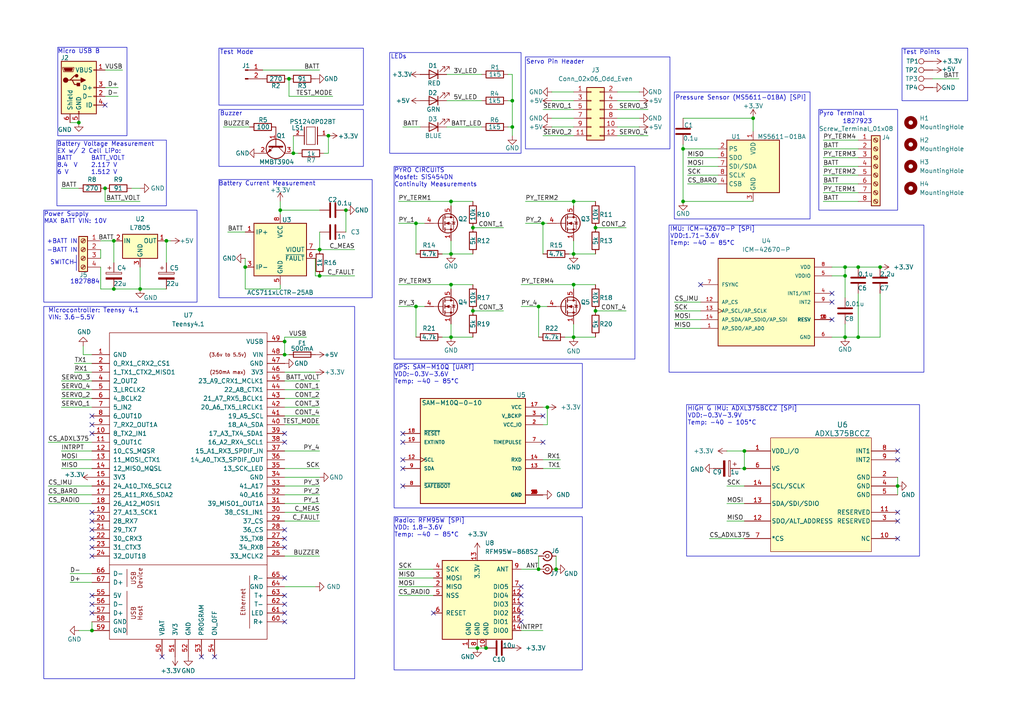
<source format=kicad_sch>
(kicad_sch (version 20231120) (generator "eeschema") (generator_version "8.0")
  (paper "A4")
  (title_block (title "Integrated Rocket Flight Computer") (date "11/4/2024") (rev "0.2") (company "Tim Drake"))
  (junction (at 245.11 97.79))
  (junction (at 30.48 54.61))
  (junction (at 137.16 66.04))
  (junction (at 26.67 182.88))
  (junction (at 260.35 140.97))
  (junction (at 215.9 135.89))
  (junction (at 248.92 97.79))
  (junction (at 22.86 35.56))
  (junction (at 156.21 88.9))
  (junction (at 172.72 90.17))
  (junction (at 138.43 187.96))
  (junction (at 161.29 165.1))
  (junction (at 48.26 69.85))
  (junction (at 33.02 83.82))
  (junction (at 158.75 118.11))
  (junction (at 140.97 187.96))
  (junction (at 71.12 77.47))
  (junction (at 255.27 77.47))
  (junction (at 95.25 39.37))
  (junction (at 215.9 130.81))
  (junction (at 198.12 58.42))
  (junction (at 172.72 66.04))
  (junction (at 82.55 102.87))
  (junction (at 166.37 58.42))
  (junction (at 33.02 69.85))
  (junction (at 130.81 58.42))
  (junction (at 120.65 88.9))
  (junction (at 148.59 29.21))
  (junction (at 245.11 77.47))
  (junction (at 137.16 90.17))
  (junction (at 157.48 64.77))
  (junction (at 130.81 97.79))
  (junction (at 40.64 83.82))
  (junction (at 85.09 44.45))
  (junction (at 130.81 73.66))
  (junction (at 166.37 73.66))
  (junction (at 130.81 82.55))
  (junction (at 120.65 64.77))
  (junction (at 148.59 36.83))
  (junction (at 100.33 60.96))
  (junction (at 82.55 99.06))
  (junction (at 166.37 82.55))
  (junction (at 92.71 80.01))
  (junction (at 245.11 80.01))
  (junction (at 218.44 34.29))
  (junction (at 248.92 77.47))
  (junction (at 166.37 97.79))
  (junction (at 81.28 60.96))
  (junction (at 156.21 165.1))
  (junction (at 92.71 72.39))
  (junction (at 83.82 22.86))
  (junction (at 198.12 43.18))
  (no_connect (at 26.67 120.65))
  (no_connect (at 151.13 170.18))
  (no_connect (at 116.84 135.89))
  (no_connect (at 82.55 158.75))
  (no_connect (at 26.67 151.13))
  (no_connect (at 82.55 167.64))
  (no_connect (at 116.84 140.97))
  (no_connect (at 26.67 148.59))
  (no_connect (at 46.99 190.5))
  (no_connect (at 26.67 153.67))
  (no_connect (at 26.67 158.75))
  (no_connect (at 125.73 177.8))
  (no_connect (at 82.55 128.27))
  (no_connect (at 151.13 177.8))
  (no_connect (at 58.42 190.5))
  (no_connect (at 26.67 161.29))
  (no_connect (at 116.84 125.73))
  (no_connect (at 241.3 87.63))
  (no_connect (at 151.13 175.26))
  (no_connect (at 82.55 177.8))
  (no_connect (at 26.67 125.73))
  (no_connect (at 26.67 156.21))
  (no_connect (at 82.55 180.34))
  (no_connect (at 82.55 125.73))
  (no_connect (at 260.35 156.21))
  (no_connect (at 82.55 172.72))
  (no_connect (at 151.13 180.34))
  (no_connect (at 26.67 175.26))
  (no_connect (at 241.3 92.71))
  (no_connect (at 260.35 148.59))
  (no_connect (at 260.35 130.81))
  (no_connect (at 151.13 172.72))
  (no_connect (at 157.48 120.65))
  (no_connect (at 157.48 128.27))
  (no_connect (at 26.67 177.8))
  (no_connect (at 116.84 133.35))
  (no_connect (at 82.55 175.26))
  (no_connect (at 203.2 82.55))
  (no_connect (at 30.48 30.48))
  (no_connect (at 82.55 156.21))
  (no_connect (at 116.84 128.27))
  (no_connect (at 26.67 123.19))
  (no_connect (at 241.3 85.09))
  (no_connect (at 26.67 172.72))
  (no_connect (at 82.55 153.67))
  (no_connect (at 260.35 151.13))
  (no_connect (at 260.35 133.35))
  (no_connect (at 62.23 190.5))
  (wire (pts (xy 30.48 27.94) (xy 34.29 27.94)))
  (wire (pts (xy 82.55 118.11) (xy 92.71 118.11)))
  (wire (pts (xy 81.28 83.82) (xy 71.12 83.82)))
  (wire (pts (xy 137.16 58.42) (xy 130.81 58.42)))
  (wire (pts (xy 148.59 21.59) (xy 148.59 29.21)))
  (wire (pts (xy 214.63 135.89) (xy 215.9 135.89)))
  (wire (pts (xy 82.55 123.19) (xy 92.71 123.19)))
  (wire (pts (xy 128.27 73.66) (xy 130.81 73.66)))
  (wire (pts (xy 130.81 58.42) (xy 130.81 59.69)))
  (wire (pts (xy 137.16 66.04) (xy 146.05 66.04)))
  (wire (pts (xy 130.81 69.85) (xy 130.81 73.66)))
  (wire (pts (xy 185.42 29.21) (xy 179.07 29.21)))
  (wire (pts (xy 248.92 77.47) (xy 255.27 77.47)))
  (wire (pts (xy 129.54 36.83) (xy 139.7 36.83)))
  (wire (pts (xy 91.44 170.18) (xy 82.55 170.18)))
  (wire (pts (xy 102.87 72.39) (xy 92.71 72.39)))
  (wire (pts (xy 17.78 113.03) (xy 26.67 113.03)))
  (wire (pts (xy 166.37 82.55) (xy 166.37 83.82)))
  (wire (pts (xy 137.16 82.55) (xy 130.81 82.55)))
  (wire (pts (xy 115.57 88.9) (xy 120.65 88.9)))
  (wire (pts (xy 20.32 168.91) (xy 26.67 168.91)))
  (wire (pts (xy 151.13 88.9) (xy 156.21 88.9)))
  (wire (pts (xy 82.55 143.51) (xy 92.71 143.51)))
  (wire (pts (xy 92.71 67.31) (xy 92.71 72.39)))
  (wire (pts (xy 81.28 58.42) (xy 81.28 60.96)))
  (wire (pts (xy 130.81 82.55) (xy 130.81 83.82)))
  (wire (pts (xy 238.76 50.8) (xy 248.92 50.8)))
  (polyline (pts (xy 22.164 73.9832) (xy 22.164 78.4693)))
  (wire (pts (xy 120.65 88.9) (xy 123.19 88.9)))
  (wire (pts (xy 81.28 60.96) (xy 81.28 62.23)))
  (wire (pts (xy 115.57 165.1) (xy 125.73 165.1)))
  (wire (pts (xy 151.13 82.55) (xy 166.37 82.55)))
  (wire (pts (xy 210.82 140.97) (xy 215.9 140.97)))
  (wire (pts (xy 195.58 90.17) (xy 203.2 90.17)))
  (wire (pts (xy 22.86 182.88) (xy 26.67 182.88)))
  (wire (pts (xy 210.82 151.13) (xy 215.9 151.13)))
  (wire (pts (xy 30.48 20.32) (xy 35.56 20.32)))
  (wire (pts (xy 185.42 26.67) (xy 179.07 26.67)))
  (wire (pts (xy 238.76 58.42) (xy 248.92 58.42)))
  (wire (pts (xy 17.78 133.35) (xy 26.67 133.35)))
  (wire (pts (xy 199.39 53.34) (xy 208.28 53.34)))
  (wire (pts (xy 179.07 31.75) (xy 187.96 31.75)))
  (wire (pts (xy 120.65 88.9) (xy 120.65 97.79)))
  (wire (pts (xy 81.28 60.96) (xy 92.71 60.96)))
  (wire (pts (xy 17.78 115.57) (xy 26.67 115.57)))
  (wire (pts (xy 245.11 93.98) (xy 245.11 97.79)))
  (wire (pts (xy 166.37 93.98) (xy 166.37 97.79)))
  (wire (pts (xy 260.35 140.97) (xy 260.35 143.51)))
  (wire (pts (xy 129.54 21.59) (xy 139.7 21.59)))
  (wire (pts (xy 238.76 53.34) (xy 248.92 53.34)))
  (wire (pts (xy 139.7 29.21) (xy 129.54 29.21)))
  (wire (pts (xy 96.52 27.94) (xy 83.82 27.94)))
  (wire (pts (xy 71.12 77.47) (xy 71.12 74.93)))
  (wire (pts (xy 172.72 90.17) (xy 181.61 90.17)))
  (wire (pts (xy 30.48 25.4) (xy 34.29 25.4)))
  (wire (pts (xy 241.3 80.01) (xy 245.11 80.01)))
  (wire (pts (xy 33.02 69.85) (xy 33.02 76.2)))
  (wire (pts (xy 82.55 110.49) (xy 92.71 110.49)))
  (wire (pts (xy 210.82 146.05) (xy 215.9 146.05)))
  (wire (pts (xy 238.76 48.26) (xy 248.92 48.26)))
  (wire (pts (xy 185.42 34.29) (xy 179.07 34.29)))
  (wire (pts (xy 238.76 45.72) (xy 248.92 45.72)))
  (wire (pts (xy 30.48 58.42) (xy 40.64 58.42)))
  (wire (pts (xy 158.75 118.11) (xy 157.48 118.11)))
  (wire (pts (xy 158.75 118.11) (xy 158.75 123.19)))
  (wire (pts (xy 138.43 187.96) (xy 140.97 187.96)))
  (wire (pts (xy 198.12 43.18) (xy 198.12 41.91)))
  (wire (pts (xy 166.37 69.85) (xy 166.37 73.66)))
  (wire (pts (xy 82.55 140.97) (xy 92.71 140.97)))
  (wire (pts (xy 17.78 110.49) (xy 26.67 110.49)))
  (wire (pts (xy 82.55 151.13) (xy 92.71 151.13)))
  (wire (pts (xy 20.32 35.56) (xy 22.86 35.56)))
  (wire (pts (xy 215.9 130.81) (xy 215.9 135.89)))
  (wire (pts (xy 115.57 167.64) (xy 125.73 167.64)))
  (wire (pts (xy 48.26 83.82) (xy 40.64 83.82)))
  (wire (pts (xy 92.71 80.01) (xy 102.87 80.01)))
  (wire (pts (xy 91.44 74.93) (xy 91.44 80.01)))
  (wire (pts (xy 238.76 40.64) (xy 248.92 40.64)))
  (wire (pts (xy 64.77 36.83) (xy 72.39 36.83)))
  (wire (pts (xy 198.12 34.29) (xy 218.44 34.29)))
  (wire (pts (xy 40.64 77.47) (xy 40.64 83.82)))
  (wire (pts (xy 81.28 82.55) (xy 81.28 83.82)))
  (wire (pts (xy 29.21 72.39) (xy 29.21 74.93)))
  (wire (pts (xy 195.58 87.63) (xy 203.2 87.63)))
  (wire (pts (xy 83.82 27.94) (xy 83.82 22.86)))
  (wire (pts (xy 135.89 187.96) (xy 138.43 187.96)))
  (wire (pts (xy 156.21 88.9) (xy 158.75 88.9)))
  (wire (pts (xy 82.55 120.65) (xy 92.71 120.65)))
  (wire (pts (xy 245.11 80.01) (xy 245.11 86.36)))
  (wire (pts (xy 40.64 54.61) (xy 38.1 54.61)))
  (wire (pts (xy 82.55 97.79) (xy 82.55 99.06)))
  (wire (pts (xy 13.97 128.27) (xy 26.67 128.27)))
  (wire (pts (xy 210.82 130.81) (xy 215.9 130.81)))
  (wire (pts (xy 157.48 133.35) (xy 162.56 133.35)))
  (wire (pts (xy 120.65 64.77) (xy 120.65 73.66)))
  (wire (pts (xy 198.12 58.42) (xy 198.12 43.18)))
  (wire (pts (xy 121.92 36.83) (xy 116.84 36.83)))
  (wire (pts (xy 195.58 92.71) (xy 203.2 92.71)))
  (wire (pts (xy 17.78 118.11) (xy 26.67 118.11)))
  (wire (pts (xy 151.13 165.1) (xy 156.21 165.1)))
  (wire (pts (xy 66.04 67.31) (xy 71.12 67.31)))
  (wire (pts (xy 29.21 77.47) (xy 29.21 83.82)))
  (wire (pts (xy 33.02 69.85) (xy 29.21 69.85)))
  (wire (pts (xy 115.57 58.42) (xy 130.81 58.42)))
  (wire (pts (xy 151.13 182.88) (xy 157.48 182.88)))
  (wire (pts (xy 157.48 123.19) (xy 158.75 123.19)))
  (wire (pts (xy 238.76 43.18) (xy 248.92 43.18)))
  (wire (pts (xy 26.67 105.41) (xy 21.59 105.41)))
  (wire (pts (xy 115.57 82.55) (xy 130.81 82.55)))
  (wire (pts (xy 147.32 36.83) (xy 148.59 36.83)))
  (wire (pts (xy 92.71 72.39) (xy 91.44 72.39)))
  (wire (pts (xy 130.81 73.66) (xy 137.16 73.66)))
  (wire (pts (xy 130.81 93.98) (xy 130.81 97.79)))
  (wire (pts (xy 82.55 135.89) (xy 92.71 135.89)))
  (wire (pts (xy 83.82 102.87) (xy 82.55 102.87)))
  (wire (pts (xy 71.12 83.82) (xy 71.12 77.47)))
  (polyline (pts (xy 21.4165 76.0968) (xy 22.0679 76.0968)))
  (wire (pts (xy 148.59 36.83) (xy 148.59 39.37)))
  (wire (pts (xy 238.76 55.88) (xy 248.92 55.88)))
  (wire (pts (xy 95.25 44.45) (xy 95.25 39.37)))
  (wire (pts (xy 17.78 54.61) (xy 22.86 54.61)))
  (wire (pts (xy 255.27 97.79) (xy 248.92 97.79)))
  (wire (pts (xy 172.72 58.42) (xy 166.37 58.42)))
  (wire (pts (xy 17.78 130.81) (xy 26.67 130.81)))
  (wire (pts (xy 163.83 97.79) (xy 166.37 97.79)))
  (wire (pts (xy 156.21 88.9) (xy 156.21 97.79)))
  (wire (pts (xy 248.92 85.09) (xy 248.92 97.79)))
  (wire (pts (xy 245.11 77.47) (xy 245.11 80.01)))
  (wire (pts (xy 13.97 146.05) (xy 26.67 146.05)))
  (wire (pts (xy 245.11 77.47) (xy 248.92 77.47)))
  (wire (pts (xy 199.39 48.26) (xy 208.28 48.26)))
  (wire (pts (xy 166.37 58.42) (xy 166.37 59.69)))
  (wire (pts (xy 172.72 82.55) (xy 166.37 82.55)))
  (wire (pts (xy 156.21 161.29) (xy 156.21 165.1)))
  (wire (pts (xy 185.42 36.83) (xy 179.07 36.83)))
  (wire (pts (xy 115.57 170.18) (xy 125.73 170.18)))
  (wire (pts (xy 17.78 135.89) (xy 26.67 135.89)))
  (wire (pts (xy 128.27 97.79) (xy 130.81 97.79)))
  (wire (pts (xy 160.02 36.83) (xy 166.37 36.83)))
  (wire (pts (xy 166.37 73.66) (xy 172.72 73.66)))
  (wire (pts (xy 33.02 83.82) (xy 40.64 83.82)))
  (wire (pts (xy 152.4 64.77) (xy 157.48 64.77)))
  (wire (pts (xy 166.37 97.79) (xy 172.72 97.79)))
  (wire (pts (xy 160.02 34.29) (xy 166.37 34.29)))
  (wire (pts (xy 82.55 99.06) (xy 82.55 102.87)))
  (wire (pts (xy 165.1 73.66) (xy 166.37 73.66)))
  (wire (pts (xy 20.32 166.37) (xy 26.67 166.37)))
  (wire (pts (xy 161.29 161.29) (xy 161.29 165.1)))
  (wire (pts (xy 179.07 39.37) (xy 187.96 39.37)))
  (wire (pts (xy 218.44 38.1) (xy 218.44 34.29)))
  (wire (pts (xy 26.67 107.95) (xy 21.59 107.95)))
  (wire (pts (xy 198.12 43.18) (xy 208.28 43.18)))
  (wire (pts (xy 82.55 146.05) (xy 92.71 146.05)))
  (wire (pts (xy 130.81 97.79) (xy 137.16 97.79)))
  (wire (pts (xy 147.32 29.21) (xy 148.59 29.21)))
  (wire (pts (xy 152.4 58.42) (xy 166.37 58.42)))
  (wire (pts (xy 160.02 26.67) (xy 166.37 26.67)))
  (wire (pts (xy 260.35 138.43) (xy 260.35 140.97)))
  (wire (pts (xy 100.33 60.96) (xy 100.33 67.31)))
  (wire (pts (xy 245.11 97.79) (xy 248.92 97.79)))
  (wire (pts (xy 93.98 44.45) (xy 95.25 44.45)))
  (wire (pts (xy 91.44 80.01) (xy 92.71 80.01)))
  (wire (pts (xy 148.59 29.21) (xy 148.59 36.83)))
  (wire (pts (xy 82.55 113.03) (xy 92.71 113.03)))
  (wire (pts (xy 26.67 180.34) (xy 26.67 182.88)))
  (wire (pts (xy 76.2 20.32) (xy 92.71 20.32)))
  (wire (pts (xy 86.36 44.45) (xy 85.09 44.45)))
  (wire (pts (xy 24.13 102.87) (xy 26.67 102.87)))
  (wire (pts (xy 82.55 138.43) (xy 92.71 138.43)))
  (wire (pts (xy 241.3 77.47) (xy 245.11 77.47)))
  (wire (pts (xy 157.48 39.37) (xy 166.37 39.37)))
  (wire (pts (xy 13.97 140.97) (xy 26.67 140.97)))
  (wire (pts (xy 199.39 50.8) (xy 208.28 50.8)))
  (wire (pts (xy 49.53 69.85) (xy 48.26 69.85)))
  (wire (pts (xy 172.72 66.04) (xy 181.61 66.04)))
  (wire (pts (xy 245.11 97.79) (xy 241.3 97.79)))
  (wire (pts (xy 24.13 102.87) (xy 24.13 100.33)))
  (wire (pts (xy 82.55 148.59) (xy 92.71 148.59)))
  (wire (pts (xy 85.09 39.37) (xy 85.09 44.45)))
  (wire (pts (xy 82.55 161.29) (xy 92.71 161.29)))
  (wire (pts (xy 82.55 115.57) (xy 92.71 115.57)))
  (wire (pts (xy 195.58 95.25) (xy 203.2 95.25)))
  (wire (pts (xy 82.55 130.81) (xy 92.71 130.81)))
  (wire (pts (xy 198.12 58.42) (xy 218.44 58.42)))
  (wire (pts (xy 270.51 22.86) (xy 278.13 22.86)))
  (wire (pts (xy 157.48 64.77) (xy 158.75 64.77)))
  (wire (pts (xy 48.26 76.2) (xy 48.26 69.85)))
  (wire (pts (xy 115.57 64.77) (xy 120.65 64.77)))
  (wire (pts (xy 13.97 143.51) (xy 26.67 143.51)))
  (wire (pts (xy 205.74 156.21) (xy 215.9 156.21)))
  (wire (pts (xy 29.21 83.82) (xy 33.02 83.82)))
  (wire (pts (xy 157.48 31.75) (xy 166.37 31.75)))
  (wire (pts (xy 82.55 97.79) (xy 88.9 97.79)))
  (wire (pts (xy 115.57 172.72) (xy 125.73 172.72)))
  (wire (pts (xy 157.48 64.77) (xy 157.48 73.66)))
  (wire (pts (xy 30.48 54.61) (xy 30.48 58.42)))
  (wire (pts (xy 255.27 85.09) (xy 255.27 97.79)))
  (wire (pts (xy 147.32 21.59) (xy 148.59 21.59)))
  (wire (pts (xy 120.65 64.77) (xy 123.19 64.77)))
  (wire (pts (xy 160.02 29.21) (xy 166.37 29.21)))
  (wire (pts (xy 157.48 135.89) (xy 162.56 135.89)))
  (wire (pts (xy 137.16 90.17) (xy 146.05 90.17)))
  (wire (pts (xy 199.39 45.72) (xy 208.28 45.72)))
  (wire (pts (xy 91.44 107.95) (xy 82.55 107.95)))
  (rectangle (start 63.5 13.97) (end 105.41 30.48))
  (rectangle (start 194.056 65.278) (end 267.97 107.95))
  (rectangle (start 63.5 31.75) (end 105.41 48.26))
  (rectangle (start 16.764 13.716) (end 36.83 39.37))
  (rectangle (start 114.3 105.41) (end 168.91 147.32))
  (rectangle (start 261.62 13.97) (end 280.67 29.21))
  (rectangle (start 63.5 52.07) (end 107.95 86.36))
  (rectangle (start 199.136 117.348) (end 266.7 161.29))
  (rectangle (start 113.03 15.24) (end 151.13 44.45))
  (rectangle (start 114.3 48.26) (end 184.15 104.14))
  (rectangle (start 12.7 60.96) (end 57.15 87.63))
  (rectangle (start 195.58 26.67) (end 234.95 63.5))
  (rectangle (start 114.3 149.86) (end 168.91 194.31))
  (rectangle (start 237.49 31.75) (end 260.35 60.96))
  (rectangle (start 12.7 88.9) (end 102.87 196.85))
  (rectangle (start 152.4 16.51) (end 194.31 43.18))
  (rectangle (start 16.51 40.64) (end 48.26 59.69))
  (text "-BATT IN" (at 18.034 72.644 0) (effects (font (size 1.27 1.27))))
  (text "Power Supply\nMAX BATT VIN: 10V\n" (at 12.7 63.246 0) (effects (font (size 1.27 1.27)) (justify left)))
  (text "1827923\n" (at 248.666 35.306 0) (effects (font (size 1.27 1.27))))
  (text "LEDs" (at 113.284 16.51 0) (effects (font (size 1.27 1.27)) (justify left)))
  (text "Pyro Terminal" (at 237.49 33.02 0) (effects (font (size 1.27 1.27)) (justify left)))
  (text "IMU: ICM-42670-P [SPI]\nVDD:1.71-3.6V\nTemp: -40 - 85°C" (at 194.31 68.58 0) (effects (font (size 1.27 1.27)) (justify left)))
  (text "Microcontroller: Teensy 4.1\nVIN: 3.6-5.5V\n" (at 13.97 91.186 0) (effects (font (size 1.27 1.27)) (justify left)))
  (text "GPS: SAM-M10Q [UART]\nVDD:-0.3V-3.6V\nTemp: -40 - 85°C" (at 114.3 108.712 0) (effects (font (size 1.27 1.27)) (justify left)))
  (text "Servo Pin Header" (at 161.036 18.034 0) (effects (font (size 1.27 1.27))))
  (text "1827884" (at 24.638 81.788 0) (effects (font (size 1.27 1.27))))
  (text "Battery Current Measurement" (at 77.47 53.34 0) (effects (font (size 1.27 1.27))))
  (text "SWITCH" (at 18.034 76.2 0) (effects (font (size 1.27 1.27))))
  (text "Test Mode" (at 63.754 15.24 0) (effects (font (size 1.27 1.27)) (justify left)))
  (text "HIGH G IMU: ADXL375BCCZ [SPI]\nVDD:-0.3V-3.9V\nTemp: -40 - 105°C" (at 199.39 120.65 0) (effects (font (size 1.27 1.27)) (justify left)))
  (text "Test Points" (at 261.874 15.24 0) (effects (font (size 1.27 1.27)) (justify left)))
  (text "+BATT IN" (at 18.034 70.104 0) (effects (font (size 1.27 1.27))))
  (text "Radio: RFM95W [SPI]\nVDD: 1.8-3.6V\nTemp: -40 - 85°C" (at 114.3 153.162 0) (effects (font (size 1.27 1.27)) (justify left)))
  (text "Micro USB B" (at 22.86 14.986 0) (effects (font (size 1.27 1.27))))
  (text "Pressure Sensor (MS5611-01BA) [SPI]" (at 214.884 28.448 0) (effects (font (size 1.27 1.27))))
  (text "Battery Voltage Measurement\nEX w/ 2 Cell LiPo:\nBATT	BATT_VOLT\n8.4	V	2.117 V\n6 V		1.512 V\n" (at 16.51 45.974 0) (effects (font (size 1.27 1.27)) (justify left)))
  (text "PYRO CIRCUITS\nMosfet: SiS454DN\nContinuity Measurements" (at 114.3 51.562 0) (effects (font (size 1.27 1.27)) (justify left)))
  (text "Buzzer" (at 63.754 33.02 0) (effects (font (size 1.27 1.27)) (justify left)))
  (label "SERVO_2" (at 17.78 115.57 0))
  (label "C_MEAS" (at 102.87 72.39 180))
  (label "SCK" (at 199.39 50.8 0))
  (label "SERVO_3" (at 187.96 31.75 180))
  (label "CS_ADXL375" (at 205.74 156.21 0))
  (label "SERVO_4" (at 17.78 113.03 0))
  (label "C_FAULT" (at 92.71 151.13 180))
  (label "MOSI" (at 17.78 133.35 0))
  (label "INTRPT" (at 157.48 182.88 180))
  (label "PY_2" (at 152.4 64.77 0))
  (label "PY_TERM3" (at 115.57 82.55 0))
  (label "BATT_VOLT" (at 40.64 58.42 180))
  (label "PY_TERM4" (at 151.13 82.55 0))
  (label "INTRPT" (at 17.78 130.81 0))
  (label "BATT" (at 238.76 58.42 0))
  (label "CS_BARO" (at 199.39 53.34 0))
  (label "D-" (at 20.32 166.37 0))
  (label "BATT_VOLT" (at 92.71 110.49 180))
  (label "SERVO_1" (at 17.78 118.11 0))
  (label "PY_4" (at 92.71 130.81 180))
  (label "PY_1" (at 92.71 146.05 180))
  (label "PY_TERM3" (at 238.76 45.72 0))
  (label "BATT" (at 278.13 22.86 180))
  (label "RX1" (at 21.59 107.95 0))
  (label "3V_LED" (at 138.43 21.59 180))
  (label "CONT_4" (at 181.61 90.17 180))
  (label "MISO" (at 115.57 167.64 0))
  (label "MISO" (at 195.58 95.25 0))
  (label "5V_LED" (at 138.43 29.21 180))
  (label "BATT" (at 116.84 36.83 0))
  (label "BATT" (at 17.78 54.61 0))
  (label "SCK" (at 195.58 90.17 0))
  (label "MOSI" (at 195.58 92.71 0))
  (label "CONT_3" (at 92.71 118.11 180))
  (label "PY_TERM1" (at 115.57 58.42 0))
  (label "TEST_MODE" (at 92.71 123.19 180))
  (label "CONT_4" (at 92.71 120.65 180))
  (label "BATT" (at 92.71 20.32 180))
  (label "CS_BARO" (at 13.97 143.51 0))
  (label "SCK" (at 92.71 135.89 180))
  (label "PY_TERM1" (at 238.76 55.88 0))
  (label "SERVO_2" (at 157.48 39.37 0))
  (label "CONT_2" (at 92.71 115.57 180))
  (label "CONT_2" (at 181.61 66.04 180))
  (label "CS_RADIO" (at 115.57 172.72 0))
  (label "PY_4" (at 151.13 88.9 0))
  (label "SERVO_4" (at 187.96 39.37 180))
  (label "BATT_LED" (at 139.7 36.83 180))
  (label "BATT" (at 238.76 43.18 0))
  (label "MOSI" (at 115.57 170.18 0))
  (label "BATT" (at 238.76 53.34 0))
  (label "PY_1" (at 115.57 64.77 0))
  (label "CS_RADIO" (at 13.97 146.05 0))
  (label "MISO" (at 17.78 135.89 0))
  (label "CS_ADXL375" (at 13.97 128.27 0))
  (label "BUZZER" (at 92.71 161.29 180))
  (label "BUZZER" (at 64.77 36.83 0))
  (label "MOSI" (at 199.39 48.26 0))
  (label "VUSB" (at 35.56 20.32 180))
  (label "PY_2" (at 92.71 143.51 180))
  (label "C_MEAS" (at 92.71 148.59 180))
  (label "BATT" (at 66.04 67.31 0))
  (label "PY_TERM4" (at 238.76 40.64 0))
  (label "SERVO_1" (at 157.48 31.75 0))
  (label "PY_3" (at 115.57 88.9 0))
  (label "SCK" (at 115.57 165.1 0))
  (label "PY_TERM2" (at 152.4 58.42 0))
  (label "D+" (at 20.32 168.91 0))
  (label "VUSB" (at 88.9 97.79 180))
  (label "MOSI" (at 210.82 146.05 0))
  (label "D+" (at 34.29 25.4 180))
  (label "CONT_1" (at 146.05 66.04 180))
  (label "PY_3" (at 92.71 140.97 180))
  (label "SERVO_3" (at 17.78 110.49 0))
  (label "RX1" (at 162.56 133.35 180))
  (label "SCK" (at 210.82 140.97 0))
  (label "CS_IMU" (at 13.97 140.97 0))
  (label "MISO" (at 210.82 151.13 0))
  (label "BATT" (at 33.02 69.85 180))
  (label "CONT_3" (at 146.05 90.17 180))
  (label "TX1" (at 162.56 135.89 180))
  (label "CONT_1" (at 92.71 113.03 180))
  (label "ANT" (at 156.21 165.1 180))
  (label "TX1" (at 21.59 105.41 0))
  (label "MISO" (at 199.39 45.72 0))
  (label "TEST_MODE" (at 96.52 27.94 180))
  (label "PY_TERM2" (at 238.76 50.8 0))
  (label "C_FAULT" (at 102.87 80.01 180))
  (label "D-" (at 34.29 27.94 180))
  (label "BATT" (at 238.76 48.26 0))
  (label "CS_IMU" (at 195.58 87.63 0))
  (symbol (lib_id "power:GND") (at 157.48 143.51 90) (unit 1)
    (property "Reference" "#PWR043" (effects (hide yes)))
    (property "Value" "GND" (at 161.29 143.5099 90) (effects (justify right)))
    (property "Description" "Power symbol creates a global label with name \"GND\" , ground" (effects (hide yes)))
  )
  (symbol (lib_id "power:+6V") (at 91.44 102.87 270) (unit 1)
    (property "Reference" "#PWR034" (effects (hide yes)))
    (property "Value" "+5V" (at 93.98 102.87 90) (effects (justify left)))
    (property "Description" "Power symbol creates a global label with name \"+6V\"" (effects (hide yes)))
  )
  (symbol (lib_id "Device:C") (at 96.52 60.96 90) (mirror x) (unit 1)
    (property "Reference" "C2" (at 97.79 57.912 90) (effects (justify left)))
    (property "Value" "0.1u" (at 102.108 58.928 90) (effects (justify left)))
    (property "Footprint" "Capacitor_SMD:C_0805_2012Metric" (effects (hide yes)))
    (property "Description" "Unpolarized capacitor" (effects (hide yes)))
    (property "DigiKey" "CL21B104KBCNNNC" (effects (hide yes)))
  )
  (symbol (lib_id "power:+3.3V") (at 270.51 17.78 270) (mirror x) (unit 1)
    (property "Reference" "#PWR01" (effects (hide yes)))
    (property "Value" "+3.3V" (at 276.098 17.78 90))
    (property "Description" "Power symbol creates a global label with name \"+3.3V\"" (effects (hide yes)))
  )
  (symbol (lib_id "power:GND") (at 91.44 22.86 90) (unit 1)
    (property "Reference" "#PWR04" (effects (hide yes)))
    (property "Value" "GND" (at 96.012 22.86 90))
    (property "Description" "Power symbol creates a global label with name \"GND\" , ground" (effects (hide yes)))
  )
  (symbol (lib_id "Device:R") (at 124.46 97.79 90) (unit 1)
    (property "Reference" "R21" (at 124.46 95.25 90))
    (property "Value" "4.7k" (at 124.46 97.79 90))
    (property "Footprint" "Resistor_SMD:R_0805_2012Metric" (effects (hide yes)))
    (property "Description" "Resistor" (effects (hide yes)))
    (property "DigiKey" "CRCW08054K70FKEAC " (effects (hide yes)))
  )
  (symbol (lib_id "Device:C") (at 96.52 67.31 90) (mirror x) (unit 1)
    (property "Reference" "C3" (at 104.394 67.31 90) (effects (justify left)))
    (property "Value" "1n" (at 100.33 68.58 90) (effects (justify left)))
    (property "Footprint" "Capacitor_SMD:C_0805_2012Metric" (effects (hide yes)))
    (property "Description" "Unpolarized capacitor" (effects (hide yes)))
    (property "DigiKey" "CL21B102KCANNNC" (effects (hide yes)))
  )
  (symbol (lib_id "Connector:Screw_Terminal_01x04") (at 24.13 72.39 0) (mirror y) (unit 1)
    (property "Reference" "J5" (at 25.4 79.756 0) (effects (justify left)))
    (property "Value" "Screw_Terminal_01x04" (effects (hide yes)))
    (property "Footprint" "Connector_Phoenix_MC:PhoenixContact_MC_1,5_4-GF-3.5_1x04_P3.50mm_Horizontal_ThreadedFlange_MountHole" (effects (hide yes)))
    (property "Description" "Generic screw terminal, single row, 01x04, script generated (kicad-library-utils/schlib/autogen/connector/)" (effects (hide yes)))
  )
  (symbol (lib_id "power:GND") (at 100.33 60.96 90) (mirror x) (unit 1)
    (property "Reference" "#PWR023" (effects (hide yes)))
    (property "Value" "GND" (at 102.87 60.96 90) (effects (justify right)))
    (property "Description" "Power symbol creates a global label with name \"GND\" , ground" (effects (hide yes)))
  )
  (symbol (lib_id "power:+6V") (at 270.51 20.32 270) (unit 1)
    (property "Reference" "#PWR02" (effects (hide yes)))
    (property "Value" "+5V" (at 273.05 20.066 90) (effects (justify left)))
    (property "Description" "Power symbol creates a global label with name \"+6V\"" (effects (hide yes)))
  )
  (symbol (lib_id "Connector:Conn_01x02_Pin") (at 71.12 20.32 0) (unit 1)
    (property "Reference" "J1" (at 71.374 19.05 0))
    (property "Value" "Conn_01x02_Pin" (effects (hide yes)))
    (property "Footprint" "Connector_PinHeader_1.27mm:PinHeader_1x02_P1.27mm_Horizontal" (effects (hide yes)))
    (property "Description" "Generic connector, single row, 01x02, script generated" (effects (hide yes)))
    (property "DigiKey" "M50-3930242, HMSC-G" (effects (hide yes)))
  )
  (symbol (lib_id "Device:R") (at 137.16 69.85 0) (unit 1)
    (property "Reference" "R12" (at 140.208 69.85 0))
    (property "Value" "5k" (at 137.16 69.85 90))
    (property "Footprint" "Resistor_SMD:R_0805_2012Metric_Pad1.20x1.40mm_HandSolder" (effects (hide yes)))
    (property "Description" "Resistor" (effects (hide yes)))
    (property "DigiKey" "CRCW08055K00JNTA" (effects (hide yes)))
  )
  (symbol (lib_id "power:GND") (at 270.51 25.4 90) (unit 1)
    (property "Reference" "#PWR05" (effects (hide yes)))
    (property "Value" "GND" (at 273.05 25.4 90) (effects (justify right)))
    (property "Description" "Power symbol creates a global label with name \"GND\" , ground" (effects (hide yes)))
  )
  (symbol (lib_id "power:GND") (at 185.42 26.67 90) (unit 1)
    (property "Reference" "#PWR07" (effects (hide yes)))
    (property "Value" "GND" (at 189.992 26.67 90))
    (property "Description" "Power symbol creates a global label with name \"GND\" , ground" (effects (hide yes)))
  )
  (symbol (lib_id "power:+3.3V") (at 210.82 130.81 90) (unit 1)
    (property "Reference" "#PWR038" (effects (hide yes)))
    (property "Value" "+3.3V" (at 207.01 130.8099 90) (effects (justify left)))
    (property "Description" "Power symbol creates a global label with name \"+3.3V\"" (effects (hide yes)))
  )
  (symbol (lib_id "Device:C_Polarized") (at 210.82 135.89 270) (unit 1)
    (property "Reference" "C9" (at 208.026 136.906 90))
    (property "Value" "1u" (at 213.106 136.906 90))
    (property "Footprint" "Capacitor_SMD:C_0805_2012Metric" (effects (hide yes)))
    (property "Description" "Polarized capacitor" (effects (hide yes)))
    (property "DigiKey" "TAJR105K010RNJ" (effects (hide yes)))
  )
  (symbol (lib_id "Device:C") (at 255.27 81.28 180) (unit 1)
    (property "Reference" "C7" (at 257.81 83.566 0) (effects (justify left)))
    (property "Value" "2.2u" (at 259.588 79.502 0) (effects (justify left)))
    (property "Footprint" "Capacitor_SMD:C_0805_2012Metric" (effects (hide yes)))
    (property "Description" "Unpolarized capacitor" (effects (hide yes)))
    (property "DigiKey" "CL21B225KPFNNNE" (effects (hide yes)))
  )
  (symbol (lib_id "power:GND") (at 185.42 34.29 90) (unit 1)
    (property "Reference" "#PWR012" (effects (hide yes)))
    (property "Value" "GND" (at 189.992 34.29 90))
    (property "Description" "Power symbol creates a global label with name \"GND\" , ground" (effects (hide yes)))
  )
  (symbol (lib_id "ICM-42670-P:ICM-42670-P") (at 222.25 87.63 0) (unit 1)
    (property "Reference" "U4" (at 222.25 69.85 0))
    (property "Value" "ICM-42670-P" (at 222.25 72.39 0))
    (property "Footprint" "Added Footprints:XDCR_ICM-42670-P" (effects (hide yes)))
    (property "Datasheet" "https://invensense.tdk.com/wp-content/uploads/2021/07/ds-000451_icm-42670-p-datasheet.pdf" (effects (hide yes)))
    (property "DigiKey_Part_Number" "1428-ICM-42670-PTR-ND" (effects (hide yes)))
    (property "SnapEDA_Link" "https://www.snapeda.com/parts/ICM-42670-P/TDK-InvenSense/view-part/?ref=snap" (effects (hide yes)))
    (property "MAXIMUM_PACKAGE_HEIGHT" "0.81 mm" (effects (hide yes)))
    (property "Package" "None" (effects (hide yes)))
    (property "Check_prices" "https://www.snapeda.com/parts/ICM-42670-P/TDK-InvenSense/view-part/?ref=eda" (effects (hide yes)))
    (property "STANDARD" "Manufacturer Recommendations" (effects (hide yes)))
    (property "PARTREV" "1.1" (effects (hide yes)))
    (property "MF" "TDK InvenSense" (effects (hide yes)))
    (property "MP" "ICM-42670-P" (effects (hide yes)))
    (property "Description_1" "\nLow-Power, Premium Performance 6-Axis MotionTrackingTM IMU with I3C, I2C and SPI interface in 2.5mm x 3mm Package\n" (effects (hide yes)))
    (property "MANUFACTURER" "TDK InvenSense" (effects (hide yes)))
    (property "DigiKey" "ICM-42670-P" (effects (hide yes)))
  )
  (symbol (lib_id "Device:R") (at 92.71 76.2 0) (unit 1)
    (property "Reference" "R16" (at 95.758 76.2 0))
    (property "Value" "1k" (at 92.71 76.2 90))
    (property "Footprint" "Resistor_SMD:R_0805_2012Metric" (effects (hide yes)))
    (property "Description" "Resistor" (effects (hide yes)))
    (property "DigiKey" "RC0805FR-071KL" (effects (hide yes)))
  )
  (symbol (lib_id "Device:R") (at 137.16 93.98 0) (unit 1)
    (property "Reference" "R19" (at 140.208 93.98 0))
    (property "Value" "5k" (at 137.16 93.98 90))
    (property "Footprint" "Resistor_SMD:R_0805_2012Metric_Pad1.20x1.40mm_HandSolder" (effects (hide yes)))
    (property "Description" "Resistor" (effects (hide yes)))
    (property "DigiKey" "CRCW08055K00JNTA" (effects (hide yes)))
  )
  (symbol (lib_id "Connector:TestPoint") (at 270.51 22.86 90) (unit 1)
    (property "Reference" "TP3" (at 264.414 22.86 90))
    (property "Value" "TestPoint" (effects (hide yes)))
    (property "Footprint" "TestPoint:TestPoint_Keystone_5000-5004_Miniature" (effects (hide yes)))
    (property "Description" "test point" (effects (hide yes)))
    (property "DigiKey" "5001" (effects (hide yes)))
  )
  (symbol (lib_id "Transistor_BJT:MMBT3904") (at 80.01 41.91 270) (unit 1)
    (property "Reference" "Q1" (at 81.534 39.37 90))
    (property "Value" "MMBT3904" (at 80.264 46.99 90))
    (property "Footprint" "Package_TO_SOT_SMD:SOT-23" (effects (hide yes)))
    (property "Datasheet" "https://www.onsemi.com/pdf/datasheet/pzt3904-d.pdf" (effects (hide yes)))
    (property "Description" "0.2A Ic, 40V Vce, Small Signal NPN Transistor, SOT-23" (effects (hide yes)))
    (property "DigiKey" "MMBT3904-7-F" (effects (hide yes)))
  )
  (symbol (lib_id "Connector_Generic:Conn_02x06_Odd_Even") (at 171.45 31.75 0) (unit 1)
    (property "Reference" "J3" (at 172.72 20.32 0))
    (property "Value" "Conn_02x06_Odd_Even" (at 172.72 22.86 0))
    (property "Footprint" "Connector_PinHeader_2.54mm:PinHeader_2x06_P2.54mm_Vertical" (effects (hide yes)))
    (property "Description" "Generic connector, double row, 02x06, odd/even pin numbering scheme (row 1 odd numbers, row 2 even numbers), script generated (kicad-library-utils/schlib/autogen/connector/)" (effects (hide yes)))
    (property "DigiKey" "PH2-12-UA" (effects (hide yes)))
  )
  (symbol (lib_id "teensy:Teensy4.1") (at 54.61 157.48 0) (unit 1)
    (property "Reference" "U7" (at 54.61 91.44 0))
    (property "Value" "Teensy4.1" (at 54.61 93.98 0))
    (property "Footprint" "teensy.pretty-master:Teensy41" (effects (hide yes)))
  )
  (symbol (lib_id "power:GND") (at 260.35 140.97 90) (unit 1)
    (property "Reference" "#PWR042" (effects (hide yes)))
    (property "Value" "GND" (at 263.398 143.51 90))
    (property "Description" "Power symbol creates a global label with name \"GND\" , ground" (effects (hide yes)))
  )
  (symbol (lib_id "Device:R") (at 143.51 21.59 270) (mirror x) (unit 1)
    (property "Reference" "R1" (at 142.24 19.558 90) (effects (justify left)))
    (property "Value" "1k5" (at 141.732 21.59 90) (effects (justify left)))
    (property "Footprint" "Resistor_SMD:R_0805_2012Metric" (effects (hide yes)))
    (property "Description" "Resistor" (effects (hide yes)))
  )
  (symbol (lib_id "power:GND") (at 130.81 73.66 0) (unit 1)
    (property "Reference" "#PWR025" (effects (hide yes)))
    (property "Value" "GND" (at 130.81 77.216 0))
    (property "Description" "Power symbol creates a global label with name \"GND\" , ground" (effects (hide yes)))
  )
  (symbol (lib_id "Sensor_Current:ACS711xLCTR-25AB") (at 81.28 72.39 0) (unit 1)
    (property "Reference" "U3" (at 81.788 63.754 0) (effects (justify left)))
    (property "Value" "ACS711xLCTR-25AB" (at 71.628 84.836 0) (effects (justify left)))
    (property "Footprint" "Package_SO:SOIC-8_3.9x4.9mm_P1.27mm" (effects (hide yes)))
    (property "Datasheet" "http://www.allegromicro.com/~/Media/Files/Datasheets/ACS711-Datasheet.ashx" (effects (hide yes)))
    (property "Description" "±25A, Bidirectional, Hall-Effect Current Sensor, +3.3V supply, 55mV/A, SOIC-8" (effects (hide yes)))
    (property "DigiKey" "ACS711KLCTR-25AB-T" (effects (hide yes)))
  )
  (symbol (lib_id "power:+6V") (at 49.53 69.85 270) (unit 1)
    (property "Reference" "#PWR024" (effects (hide yes)))
    (property "Value" "+5V" (at 52.07 69.85 90) (effects (justify left)))
    (property "Description" "Power symbol creates a global label with name \"+6V\"" (effects (hide yes)))
  )
  (symbol (lib_id "power:+6V") (at 185.42 36.83 270) (unit 1)
    (property "Reference" "#PWR016" (effects (hide yes)))
    (property "Value" "+5V" (at 187.96 36.83 90) (effects (justify left)))
    (property "Description" "Power symbol creates a global label with name \"+6V\"" (effects (hide yes)))
  )
  (symbol (lib_id "power:GND") (at 138.43 187.96 0) (unit 1)
    (property "Reference" "#PWR048" (effects (hide yes)))
    (property "Value" "GND" (at 135.636 190.5 0))
    (property "Description" "Power symbol creates a global label with name \"GND\" , ground" (effects (hide yes)))
  )
  (symbol (lib_id "power:GND") (at 40.64 54.61 90) (unit 1)
    (property "Reference" "#PWR020" (effects (hide yes)))
    (property "Value" "GND" (at 45.72 54.61 90))
    (property "Description" "Power symbol creates a global label with name \"GND\" , ground" (effects (hide yes)))
  )
  (symbol (lib_id "Connector:TestPoint") (at 270.51 20.32 90) (unit 1)
    (property "Reference" "TP2" (at 264.414 20.32 90))
    (property "Value" "TestPoint" (effects (hide yes)))
    (property "Footprint" "TestPoint:TestPoint_Keystone_5000-5004_Miniature" (effects (hide yes)))
    (property "Description" "test point" (effects (hide yes)))
    (property "DigiKey" "5001" (effects (hide yes)))
  )
  (symbol (lib_id "Device:R") (at 172.72 69.85 0) (unit 1)
    (property "Reference" "R13" (at 175.768 69.85 0))
    (property "Value" "5k" (at 172.72 69.85 90))
    (property "Footprint" "Resistor_SMD:R_0805_2012Metric_Pad1.20x1.40mm_HandSolder" (effects (hide yes)))
    (property "Description" "Resistor" (effects (hide yes)))
    (property "DigiKey" "CRCW08055K00JNTA" (effects (hide yes)))
  )
  (symbol (lib_id "Connector:Conn_Coaxial_Small") (at 158.75 161.29 0) (unit 1)
    (property "Reference" "J6" (at 161.036 159.766 0))
    (property "Value" "Conn_Coaxial_Small" (effects (hide yes)))
    (property "Footprint" "Connector_Coaxial:U.FL_Hirose_U.FL-R-SMT-1_Vertical" (effects (hide yes)))
    (property "Description" "small coaxial connector (BNC, SMA, SMB, SMC, Cinch/RCA, LEMO, ...)" (effects (hide yes)))
  )
  (symbol (lib_id "power:GND") (at 91.44 170.18 90) (unit 1)
    (property "Reference" "#PWR046" (effects (hide yes)))
    (property "Value" "GND" (at 96.774 170.18 90))
    (property "Description" "Power symbol creates a global label with name \"GND\" , ground" (effects (hide yes)))
  )
  (symbol (lib_id "Device:R") (at 172.72 93.98 0) (unit 1)
    (property "Reference" "R20" (at 175.768 93.98 0))
    (property "Value" "5k" (at 172.72 93.98 90))
    (property "Footprint" "Resistor_SMD:R_0805_2012Metric_Pad1.20x1.40mm_HandSolder" (effects (hide yes)))
    (property "Description" "Resistor" (effects (hide yes)))
    (property "DigiKey" "CRCW08055K00JNTA" (effects (hide yes)))
  )
  (symbol (lib_id "Device:R") (at 80.01 22.86 90) (mirror x) (unit 1)
    (property "Reference" "R2" (at 80.01 24.892 90))
    (property "Value" "270" (at 80.01 22.86 90))
    (property "Footprint" "Resistor_SMD:R_0805_2012Metric" (effects (hide yes)))
    (property "Description" "Resistor" (effects (hide yes)))
    (property "DigiKey" "RC0805JR-07270RL" (effects (hide yes)))
  )
  (symbol (lib_id "Device:R") (at 76.2 36.83 270) (mirror x) (unit 1)
    (property "Reference" "R5" (at 74.93 34.798 90) (effects (justify left)))
    (property "Value" "100" (at 74.422 36.83 90) (effects (justify left)))
    (property "Footprint" "Resistor_SMD:R_0805_2012Metric" (effects (hide yes)))
    (property "Description" "Resistor" (effects (hide yes)))
    (property "DigiKey" "RC0805FR-07100RL" (effects (hide yes)))
  )
  (symbol (lib_id "Device:C") (at 248.92 81.28 180) (unit 1)
    (property "Reference" "C6" (at 251.46 83.566 0) (effects (justify left)))
    (property "Value" "0.1u" (at 253.238 79.502 0) (effects (justify left)))
    (property "Footprint" "Capacitor_SMD:C_0805_2012Metric" (effects (hide yes)))
    (property "Description" "Unpolarized capacitor" (effects (hide yes)))
    (property "DigiKey" "CL21B104KBCNNNC" (effects (hide yes)))
  )
  (symbol (lib_id "power:GND") (at 130.81 97.79 0) (unit 1)
    (property "Reference" "#PWR030" (effects (hide yes)))
    (property "Value" "GND" (at 130.81 101.6 0))
    (property "Description" "Power symbol creates a global label with name \"GND\" , ground" (effects (hide yes)))
  )
  (symbol (lib_id "Device:R") (at 143.51 29.21 90) (unit 1)
    (property "Reference" "R4" (at 144.78 27.178 90) (effects (justify left)))
    (property "Value" "1k5" (at 145.288 29.21 90) (effects (justify left)))
    (property "Footprint" "Resistor_SMD:R_0805_2012Metric" (effects (hide yes)))
    (property "Description" "Resistor" (effects (hide yes)))
  )
  (symbol (lib_id "Device:Fuse") (at 87.63 102.87 90) (unit 1)
    (property "Reference" "F1" (at 87.63 99.568 90))
    (property "Value" "500mA" (at 87.63 101.092 90))
    (property "Footprint" "Fuse:Fuse_0805_2012Metric_Pad1.15x1.40mm_HandSolder" (effects (hide yes)))
    (property "Description" "Fuse" (effects (hide yes)))
    (property "DigiKey" "F0805B0R50FSTR" (effects (hide yes)))
  )
  (symbol (lib_id "Device:R") (at 34.29 54.61 90) (mirror x) (unit 1)
    (property "Reference" "R9" (at 34.29 52.07 90))
    (property "Value" "91" (at 34.29 54.61 90))
    (property "Footprint" "Resistor_SMD:R_0805_2012Metric" (effects (hide yes)))
    (property "Description" "Resistor" (effects (hide yes)))
    (property "DigiKey" "RC0805FR-0791RL" (effects (hide yes)))
  )
  (symbol (lib_id "Connector:TestPoint") (at 270.51 17.78 90) (unit 1)
    (property "Reference" "TP1" (at 264.668 17.78 90))
    (property "Value" "TestPoint" (effects (hide yes)))
    (property "Footprint" "TestPoint:TestPoint_Keystone_5000-5004_Miniature" (effects (hide yes)))
    (property "Description" "test point" (effects (hide yes)))
    (property "DigiKey" "5001" (effects (hide yes)))
  )
  (symbol (lib_id "Device:LED") (at 125.73 21.59 180) (unit 1)
    (property "Reference" "D1" (at 124.206 19.05 0) (effects (justify right)))
    (property "Value" "RED" (at 123.952 24.13 0) (effects (justify right)))
    (property "Footprint" "LED_SMD:LED_0603_1608Metric" (effects (hide yes)))
    (property "Description" "Light emitting diode" (effects (hide yes)))
    (property "DigiKey" "150060RS75000" (effects (hide yes)))
  )
  (symbol (lib_id "Device:R") (at 160.02 97.79 90) (unit 1)
    (property "Reference" "R22" (at 160.02 95.25 90))
    (property "Value" "4.7k" (at 160.02 97.79 90))
    (property "Footprint" "Resistor_SMD:R_0805_2012Metric" (effects (hide yes)))
    (property "Description" "Resistor" (effects (hide yes)))
    (property "DigiKey" "CRCW08054K70FKEAC" (effects (hide yes)))
  )
  (symbol (lib_id "Device:R") (at 172.72 86.36 0) (unit 1)
    (property "Reference" "R18" (at 175.768 86.36 0))
    (property "Value" "10k" (at 172.72 86.36 90))
    (property "Footprint" "Resistor_SMD:R_0805_2012Metric_Pad1.20x1.40mm_HandSolder" (effects (hide yes)))
    (property "Description" "Resistor" (effects (hide yes)))
    (property "DigiKey" "ERJ-6GEYJ103V" (effects (hide yes)))
  )
  (symbol (lib_id "Transistor_FET:SiS454DN") (at 163.83 64.77 0) (unit 1)
    (property "Reference" "Q3" (at 168.402 63.5 0) (effects (justify left)))
    (property "Value" "SiS454DN" (effects (hide yes)))
    (property "Footprint" "Package_SO:Vishay_PowerPAK_1212-8_Single" (effects (hide yes)))
    (property "Datasheet" "https://www.vishay.com/docs/66707/sis454dn.pdf" (effects (hide yes)))
    (property "Description" "35A Id, 20V Vds, N-Channel MOSFET, PowerPAK 1212-8 Single" (effects (hide yes)))
    (property "DigiKey" "SIS454DN-T1-GE3" (effects (hide yes)))
  )
  (symbol (lib_id "power:+3.3V") (at 148.59 187.96 270) (unit 1)
    (property "Reference" "#PWR049" (effects (hide yes)))
    (property "Value" "+3.3V" (at 152.4 187.9599 90) (effects (justify left)))
    (property "Description" "Power symbol creates a global label with name \"+3.3V\"" (effects (hide yes)))
  )
  (symbol (lib_id "power:GND") (at 161.29 165.1 90) (unit 1)
    (property "Reference" "#PWR045" (effects (hide yes)))
    (property "Value" "GND" (at 163.576 166.37 90) (effects (justify right)))
    (property "Description" "Power symbol creates a global label with name \"GND\" , ground" (effects (hide yes)))
  )
  (symbol (lib_id "Connector:TestPoint") (at 270.51 25.4 90) (unit 1)
    (property "Reference" "TP4" (at 264.414 25.4 90))
    (property "Value" "TestPoint" (effects (hide yes)))
    (property "Footprint" "TestPoint:TestPoint_Keystone_5000-5004_Miniature" (effects (hide yes)))
    (property "Description" "test point" (effects (hide yes)))
    (property "DigiKey" "5001" (effects (hide yes)))
  )
  (symbol (lib_id "power:GND") (at 198.12 58.42 0) (unit 1)
    (property "Reference" "#PWR022" (effects (hide yes)))
    (property "Value" "GND" (at 198.12 61.976 0))
    (property "Description" "Power symbol creates a global label with name \"GND\" , ground" (effects (hide yes)))
  )
  (symbol (lib_id "power:GND") (at 54.61 190.5 0) (unit 1)
    (property "Reference" "#PWR051" (effects (hide yes)))
    (property "Value" "GND" (at 54.61 194.564 0))
    (property "Description" "Power symbol creates a global label with name \"GND\" , ground" (effects (hide yes)))
  )
  (symbol (lib_id "Device:R") (at 143.51 36.83 90) (unit 1)
    (property "Reference" "R6" (at 144.78 34.798 90) (effects (justify left)))
    (property "Value" "1k5" (at 145.288 36.83 90) (effects (justify left)))
    (property "Footprint" "Resistor_SMD:R_0805_2012Metric" (effects (hide yes)))
    (property "Description" "Resistor" (effects (hide yes)))
    (property "DigiKey" "RC0805FR-071K5L " (effects (hide yes)))
  )
  (symbol (lib_id "power:+6V") (at 121.92 29.21 90) (unit 1)
    (property "Reference" "#PWR08" (effects (hide yes)))
    (property "Value" "+5V" (at 118.872 29.21 90) (effects (justify left)))
    (property "Description" "Power symbol creates a global label with name \"+6V\"" (effects (hide yes)))
  )
  (symbol (lib_id "power:+3.3V") (at 218.44 34.29 0) (mirror y) (unit 1)
    (property "Reference" "#PWR013" (effects (hide yes)))
    (property "Value" "+3.3V" (at 218.44 30.734 0))
    (property "Description" "Power symbol creates a global label with name \"+3.3V\"" (effects (hide yes)))
  )
  (symbol (lib_id "power:GND") (at 160.02 34.29 270) (unit 1)
    (property "Reference" "#PWR011" (effects (hide yes)))
    (property "Value" "GND" (at 155.448 34.29 90))
    (property "Description" "Power symbol creates a global label with name \"GND\" , ground" (effects (hide yes)))
  )
  (symbol (lib_id "PS1240P02BT:PS1240P02BT") (at 90.17 39.37 0) (mirror y) (unit 1)
    (property "Reference" "LS1" (at 86.36 37.084 0))
    (property "Value" "PS1240P02BT" (at 90.678 35.306 0))
    (property "Footprint" "Added Footprints:XDCR_PS1240P02BT" (effects (hide yes)))
    (property "MF" "TDK Corporation" (effects (hide yes)))
    (property "MAXIMUM_PACKAGE_HEIGHT" "7.0mm" (effects (hide yes)))
    (property "PACKAGE" "SIP-5 TDK" (effects (hide yes)))
    (property "PRICE" "None" (effects (hide yes)))
    (property "Package" "Custom Package TDK" (effects (hide yes)))
    (property "Check_prices" "https://www.snapeda.com/parts/PS1240P02BT/TDK/view-part/?ref=eda" (effects (hide yes)))
    (property "Price" "None" (effects (hide yes)))
    (property "SnapEDA_Link" "https://www.snapeda.com/parts/PS1240P02BT/TDK/view-part/?ref=snap" (effects (hide yes)))
    (property "MP" "PS1240P02BT" (effects (hide yes)))
    (property "Description_1" "\nBuzzers Transducer, Externally Driven Piezo 3 V - 4kHz 60dB @ 3V, 10cm Through Hole PC Pins\n" (effects (hide yes)))
    (property "Availability" "In Stock" (effects (hide yes)))
    (property "AVAILABILITY" "Unavailable" (effects (hide yes)))
    (property "DESCRIPTION" "Buzzers Transducer, Externally Driven Piezo 3V 4kHz 60dB @ 3V, 10cm Through Hole PC Pins" (effects (hide yes)))
    (property "DigiKey" "PS1240P02BT" (effects (hide yes)))
  )
  (symbol (lib_id "power:GND") (at 148.59 39.37 0) (unit 1)
    (property "Reference" "#PWR018" (effects (hide yes)))
    (property "Value" "GND" (at 148.59 42.926 0))
    (property "Description" "Power symbol creates a global label with name \"GND\" , ground" (effects (hide yes)))
  )
  (symbol (lib_id "power:+3.3V") (at 121.92 21.59 90) (unit 1)
    (property "Reference" "#PWR03" (effects (hide yes)))
    (property "Value" "+3.3V" (at 116.586 21.59 90))
    (property "Description" "Power symbol creates a global label with name \"+3.3V\"" (effects (hide yes)))
  )
  (symbol (lib_id "Mechanical:MountingHole") (at 264.16 35.56 0) (unit 1) (exclude_from_sim yes) (in_bom no)
    (property "Reference" "H1" (at 266.7 34.2899 0) (effects (justify left)))
    (property "Value" "MountingHole" (at 266.7 36.8299 0) (effects (justify left)))
    (property "Footprint" "MountingHole:MountingHole_2.2mm_M2" (effects (hide yes)))
    (property "Description" "Mounting Hole without connection" (effects (hide yes)))
  )
  (symbol (lib_id "Device:C") (at 198.12 38.1 0) (unit 1)
    (property "Reference" "C1" (at 198.374 36.322 0) (effects (justify left)))
    (property "Value" "0.1u" (at 198.12 40.132 0) (effects (justify left)))
    (property "Footprint" "Capacitor_SMD:C_0805_2012Metric" (effects (hide yes)))
    (property "Description" "Unpolarized capacitor" (effects (hide yes)))
    (property "DigiKey" "CL21B104KBCNNNC" (effects (hide yes)))
  )
  (symbol (lib_id "Device:R") (at 137.16 62.23 0) (unit 1)
    (property "Reference" "R10" (at 140.208 62.23 0))
    (property "Value" "10k" (at 137.16 62.23 90))
    (property "Footprint" "Resistor_SMD:R_0805_2012Metric_Pad1.20x1.40mm_HandSolder" (effects (hide yes)))
    (property "Description" "Resistor" (effects (hide yes)))
    (property "DigiKey" "ERJ-6GEYJ103V" (effects (hide yes)))
  )
  (symbol (lib_id "Transistor_FET:SiS454DN") (at 128.27 64.77 0) (unit 1)
    (property "Reference" "Q2" (at 132.842 63.5 0) (effects (justify left)))
    (property "Value" "SiS454DN" (effects (hide yes)))
    (property "Footprint" "Package_SO:Vishay_PowerPAK_1212-8_Single" (effects (hide yes)))
    (property "Datasheet" "https://www.vishay.com/docs/66707/sis454dn.pdf" (effects (hide yes)))
    (property "Description" "35A Id, 20V Vds, N-Channel MOSFET, PowerPAK 1212-8 Single" (effects (hide yes)))
    (property "DigiKey" "SIS454DN-T1-GE3" (effects (hide yes)))
  )
  (symbol (lib_id "power:GND") (at 166.37 97.79 0) (unit 1)
    (property "Reference" "#PWR031" (effects (hide yes)))
    (property "Value" "GND" (at 166.37 101.854 0))
    (property "Description" "Power symbol creates a global label with name \"GND\" , ground" (effects (hide yes)))
  )
  (symbol (lib_id "Transistor_FET:SiS454DN") (at 128.27 88.9 0) (unit 1)
    (property "Reference" "Q4" (at 132.842 87.63 0) (effects (justify left)))
    (property "Value" "SiS454DN" (effects (hide yes)))
    (property "Footprint" "Package_SO:Vishay_PowerPAK_1212-8_Single" (effects (hide yes)))
    (property "Datasheet" "https://www.vishay.com/docs/66707/sis454dn.pdf" (effects (hide yes)))
    (property "Description" "35A Id, 20V Vds, N-Channel MOSFET, PowerPAK 1212-8 Single" (effects (hide yes)))
    (property "DigiKey" "SIS454DN-T1-GE3" (effects (hide yes)))
  )
  (symbol (lib_id "power:+6V") (at 160.02 29.21 90) (unit 1)
    (property "Reference" "#PWR09" (effects (hide yes)))
    (property "Value" "+5V" (at 157.48 29.21 90) (effects (justify left)))
    (property "Description" "Power symbol creates a global label with name \"+6V\"" (effects (hide yes)))
  )
  (symbol (lib_id "2024-07-21_23-05-17:ADXL375BCCZ") (at 215.9 130.81 0) (unit 1)
    (property "Reference" "U6" (at 244.348 123.19 0) (effects (font (size 1.524 1.524))))
    (property "Value" "ADXL375BCCZ" (at 244.348 125.73 0) (effects (font (size 1.524 1.524))))
    (property "Footprint" "Added Footprints:LGA_CC-14-1_ADI" (effects (hide yes)))
    (property "Datasheet" "https://www.analog.com/media/en/technical-documentation/data-sheets/ADXL375.PDF" (effects (hide yes)))
    (property "DigiKey" "ADXL375BCCZ" (effects (hide yes)))
  )
  (symbol (lib_id "SAM-M8Q-0-10:SAM-M8Q-0-10") (at 137.16 130.81 0) (unit 1)
    (property "Reference" "U5" (at 151.13 114.554 0))
    (property "Value" "SAM-M10Q-0-10" (at 131.064 116.84 0))
    (property "Footprint" "RF_GPS:ublox_SAM-M8Q_HandSolder" (effects (hide yes)))
    (property "MF" "U-Blox" (effects (hide yes)))
    (property "MAXIMUM_PACKAGE_HEIGHT" "6.80mm" (effects (hide yes)))
    (property "Package" "SMD-20 u-blox" (effects (hide yes)))
    (property "Price" "None" (effects (hide yes)))
    (property "Check_prices" "https://www.snapeda.com/parts/SAM-M8Q-0-10/u-blox/view-part/?ref=eda" (effects (hide yes)))
    (property "STANDARD" "Manufacturer Recommendations" (effects (hide yes)))
    (property "PARTREV" "R07" (effects (hide yes)))
    (property "SnapEDA_Link" "https://www.snapeda.com/parts/SAM-M8Q-0-10/u-blox/view-part/?ref=snap" (effects (hide yes)))
    (property "MP" "SAM-M8Q-0-10" (effects (hide yes)))
    (property "Description_1" "\nseries RF Receiver Galileo, GLONASS, GPS 1.575GHz, 1.602GHz -165dBm 400kbps On-Board, Patch Module\n" (effects (hide yes)))
    (property "Availability" "In Stock" (effects (hide yes)))
    (property "MANUFACTURER" "ublox" (effects (hide yes)))
    (property "DigiKey" "SAM-M10Q-00B " (effects (hide yes)))
  )
  (symbol (lib_id "power:GND") (at 82.55 105.41 90) (unit 1)
    (property "Reference" "#PWR035" (effects (hide yes)))
    (property "Value" "GND" (at 87.376 105.41 90))
    (property "Description" "Power symbol creates a global label with name \"GND\" , ground" (effects (hide yes)))
  )
  (symbol (lib_id "RF_Module:RFM95W-868S2") (at 138.43 172.72 0) (unit 1)
    (property "Reference" "U8" (at 140.6241 157.48 0) (effects (justify left)))
    (property "Value" "RFM95W-868S2" (at 140.6241 160.02 0) (effects (justify left)))
    (property "Footprint" "RF_Module:HOPERF_RFM9XW_SMD" (effects (hide yes)))
    (property "Datasheet" "https://www.hoperf.com/data/upload/portal/20181127/5bfcbea20e9ef.pdf" (effects (hide yes)))
    (property "Description" "Low power long range transceiver module, SPI and parallel interface, 868 MHz, spreading factor 6 to12, bandwidth 7.8 to 500kHz, -111 to -148 dBm, SMD-16, DIP-16" (effects (hide yes)))
  )
  (symbol (lib_id "power:GND") (at 166.37 73.66 0) (unit 1)
    (property "Reference" "#PWR026" (effects (hide yes)))
    (property "Value" "GND" (at 166.37 77.47 0))
    (property "Description" "Power symbol creates a global label with name \"GND\" , ground" (effects (hide yes)))
  )
  (symbol (lib_id "Device:R") (at 26.67 54.61 90) (mirror x) (unit 1)
    (property "Reference" "R8" (at 26.67 52.07 90))
    (property "Value" "270" (at 26.67 54.61 90))
    (property "Footprint" "Resistor_SMD:R_0805_2012Metric" (effects (hide yes)))
    (property "Description" "Resistor" (effects (hide yes)))
    (property "DigiKey" "RC0805JR-07270RL" (effects (hide yes)))
  )
  (symbol (lib_id "Device:C") (at 144.78 187.96 270) (mirror x) (unit 1)
    (property "Reference" "C10" (at 142.748 191.262 90) (effects (justify left)))
    (property "Value" "10u" (at 145.796 187.198 90) (effects (justify left)))
    (property "Footprint" "Capacitor_SMD:C_0805_2012Metric_Pad1.18x1.45mm_HandSolder" (effects (hide yes)))
    (property "Description" "Unpolarized capacitor" (effects (hide yes)))
    (property "DigiKey" "CL21A106KOQNNNE" (effects (hide yes)))
  )
  (symbol (lib_id "Device:R") (at 161.29 73.66 90) (unit 1)
    (property "Reference" "R15" (at 161.29 71.12 90))
    (property "Value" "4.7k" (at 161.29 73.66 90))
    (property "Footprint" "Resistor_SMD:R_0805_2012Metric" (effects (hide yes)))
    (property "Description" "Resistor" (effects (hide yes)))
    (property "DigiKey" "CRCW08054K70FKEAC" (effects (hide yes)))
  )
  (symbol (lib_id "power:GND") (at 74.93 44.45 270) (unit 1)
    (property "Reference" "#PWR019" (effects (hide yes)))
    (property "Value" "GND" (at 72.39 44.45 90) (effects (justify right)))
    (property "Description" "Power symbol creates a global label with name \"GND\" , ground" (effects (hide yes)))
  )
  (symbol (lib_id "Device:LED") (at 125.73 29.21 180) (unit 1)
    (property "Reference" "D2" (at 125.476 26.924 0))
    (property "Value" "GRN" (at 125.73 31.75 0))
    (property "Footprint" "LED_SMD:LED_0603_1608Metric" (effects (hide yes)))
    (property "Description" "Light emitting diode" (effects (hide yes)))
    (property "DigiKey" "150060GS75000" (effects (hide yes)))
  )
  (symbol (lib_id "power:+3.3V") (at 138.43 160.02 0) (unit 1)
    (property "Reference" "#PWR044" (effects (hide yes)))
    (property "Value" "+3.3V" (at 138.43 154.94 0))
    (property "Description" "Power symbol creates a global label with name \"+3.3V\"" (effects (hide yes)))
  )
  (symbol (lib_id "Mechanical:MountingHole") (at 264.16 41.91 0) (unit 1) (exclude_from_sim yes) (in_bom no)
    (property "Reference" "H2" (at 266.7 40.6399 0) (effects (justify left)))
    (property "Value" "MountingHole" (at 266.7 43.1799 0) (effects (justify left)))
    (property "Footprint" "MountingHole:MountingHole_2.2mm_M2" (effects (hide yes)))
    (property "Description" "Mounting Hole without connection" (effects (hide yes)))
  )
  (symbol (lib_id "Device:R") (at 90.17 44.45 270) (mirror x) (unit 1)
    (property "Reference" "R7" (at 88.9 46.482 90) (effects (justify left)))
    (property "Value" "1k" (at 89.027 44.577 90) (effects (justify left)))
    (property "Footprint" "Resistor_SMD:R_0805_2012Metric" (effects (hide yes)))
    (property "Description" "Resistor" (effects (hide yes)))
    (property "DigiKey" "RC0805FR-071KL" (effects (hide yes)))
  )
  (symbol (lib_id "Device:R") (at 124.46 73.66 90) (unit 1)
    (property "Reference" "R14" (at 124.46 71.12 90))
    (property "Value" "4.7k" (at 124.46 73.66 90))
    (property "Footprint" "Resistor_SMD:R_0805_2012Metric" (effects (hide yes)))
    (property "Description" "Resistor" (effects (hide yes)))
    (property "DigiKey" "CRCW08054K70FKEAC" (effects (hide yes)))
  )
  (symbol (lib_id "Device:C_Polarized") (at 33.02 80.01 0) (unit 1)
    (property "Reference" "C4" (at 35.306 77.724 0))
    (property "Value" "22u" (at 34.798 82.296 0))
    (property "Footprint" "Capacitor_SMD:C_0805_2012Metric" (effects (hide yes)))
    (property "Description" "Polarized capacitor" (effects (hide yes)))
    (property "DigiKey" "TLJN226M010R3800" (effects (hide yes)))
  )
  (symbol (lib_id "power:+3.3V") (at 158.75 118.11 270) (unit 1)
    (property "Reference" "#PWR037" (effects (hide yes)))
    (property "Value" "+3.3V" (at 162.56 118.1099 90) (effects (justify left)))
    (property "Description" "Power symbol creates a global label with name \"+3.3V\"" (effects (hide yes)))
  )
  (symbol (lib_id "Mechanical:MountingHole") (at 264.16 48.26 0) (unit 1) (exclude_from_sim yes) (in_bom no)
    (property "Reference" "H3" (at 266.7 46.9899 0) (effects (justify left)))
    (property "Value" "MountingHole" (at 266.7 49.5299 0) (effects (justify left)))
    (property "Footprint" "MountingHole:MountingHole_2.2mm_M2" (effects (hide yes)))
    (property "Description" "Mounting Hole without connection" (effects (hide yes)))
  )
  (symbol (lib_id "Connector:Conn_Coaxial_Small") (at 158.75 165.1 0) (unit 1)
    (property "Reference" "J7" (at 160.782 166.37 0))
    (property "Value" "Conn_Coaxial_Small" (effects (hide yes)))
    (property "Footprint" "Connector_Coaxial:SMA_Samtec_SMA-J-P-H-ST-EM1_EdgeMount" (effects (hide yes)))
    (property "Description" "small coaxial connector (BNC, SMA, SMB, SMC, Cinch/RCA, LEMO, ...)" (effects (hide yes)))
  )
  (symbol (lib_id "Device:C_Polarized") (at 48.26 80.01 0) (unit 1)
    (property "Reference" "C5" (at 50.546 77.724 0))
    (property "Value" "22u" (at 50.038 82.296 0))
    (property "Footprint" "Capacitor_SMD:C_0805_2012Metric" (effects (hide yes)))
    (property "Description" "Polarized capacitor" (effects (hide yes)))
    (property "DigiKey" "TLJN226M010R3800" (effects (hide yes)))
  )
  (symbol (lib_id "power:+3.3V") (at 91.44 107.95 270) (unit 1)
    (property "Reference" "#PWR036" (effects (hide yes)))
    (property "Value" "+3.3V" (at 97.028 107.95 90))
    (property "Description" "Power symbol creates a global label with name \"+3.3V\"" (effects (hide yes)))
  )
  (symbol (lib_id "Device:C") (at 245.11 90.17 180) (unit 1)
    (property "Reference" "C8" (at 247.65 92.456 0) (effects (justify left)))
    (property "Value" "0.01u" (at 250.698 88.138 0) (effects (justify left)))
    (property "Footprint" "Capacitor_SMD:C_0805_2012Metric" (effects (hide yes)))
    (property "Description" "Unpolarized capacitor" (effects (hide yes)))
    (property "DigiKey" "CL21B103KBANNNC" (effects (hide yes)))
  )
  (symbol (lib_id "Mechanical:MountingHole") (at 264.16 54.61 0) (unit 1) (exclude_from_sim yes) (in_bom no)
    (property "Reference" "H4" (at 266.7 53.3399 0) (effects (justify left)))
    (property "Value" "MountingHole" (at 266.7 55.8799 0) (effects (justify left)))
    (property "Footprint" "MountingHole:MountingHole_2.2mm_M2" (effects (hide yes)))
    (property "Description" "Mounting Hole without connection" (effects (hide yes)))
  )
  (symbol (lib_id "power:GND") (at 22.86 182.88 270) (unit 1)
    (property "Reference" "#PWR047" (effects (hide yes)))
    (property "Value" "GND" (at 21.59 185.42 90))
    (property "Description" "Power symbol creates a global label with name \"GND\" , ground" (effects (hide yes)))
  )
  (symbol (lib_id "power:GND") (at 24.13 100.33 180) (unit 1)
    (property "Reference" "#PWR033" (effects (hide yes)))
    (property "Value" "GND" (at 24.384 96.266 0))
    (property "Description" "Power symbol creates a global label with name \"GND\" , ground" (effects (hide yes)))
  )
  (symbol (lib_id "power:+3.3V") (at 255.27 77.47 270) (unit 1)
    (property "Reference" "#PWR028" (effects (hide yes)))
    (property "Value" "+3.3V" (at 259.08 77.4699 90) (effects (justify left)))
    (property "Description" "Power symbol creates a global label with name \"+3.3V\"" (effects (hide yes)))
  )
  (symbol (lib_id "power:+6V") (at 160.02 36.83 90) (unit 1)
    (property "Reference" "#PWR015" (effects (hide yes)))
    (property "Value" "+5V" (at 157.48 36.83 90) (effects (justify left)))
    (property "Description" "Power symbol creates a global label with name \"+6V\"" (effects (hide yes)))
  )
  (symbol (lib_id "Sensor_Pressure:MS5611-01BA") (at 218.44 48.26 0) (unit 1)
    (property "Reference" "U1" (at 212.09 39.624 0) (effects (justify left)))
    (property "Value" "MS5611-01BA" (at 219.71 39.624 0) (effects (justify left)))
    (property "Footprint" "Package_LGA:LGA-8_3x5mm_P1.25mm" (effects (hide yes)))
    (property "Datasheet" "https://www.te.com/commerce/DocumentDelivery/DDEController?Action=srchrtrv&DocNm=MS5611-01BA03&DocType=Data+Sheet&DocLang=English" (effects (hide yes)))
    (property "Description" "Barometric pressure sensor, 10cm resolution, 10 to 1200 mbar, I2C and SPI interface up to 20MHz, LGA-8" (effects (hide yes)))
    (property "DigiKey" "MS5611-01BA" (effects (hide yes)))
  )
  (symbol (lib_id "power:GND") (at 245.11 97.79 0) (unit 1)
    (property "Reference" "#PWR032" (effects (hide yes)))
    (property "Value" "GND" (at 245.11 101.346 0))
    (property "Description" "Power symbol creates a global label with name \"GND\" , ground" (effects (hide yes)))
  )
  (symbol (lib_id "Connector:Screw_Terminal_01x08") (at 254 48.26 0) (unit 1)
    (property "Reference" "J4" (at 255.778 39.878 0) (effects (justify left)))
    (property "Value" "Screw_Terminal_01x08" (at 237.49 37.338 0) (effects (justify left)))
    (property "Footprint" "Connector_Phoenix_MC:PhoenixContact_MC_1,5_8-GF-3.5_1x08_P3.50mm_Horizontal_ThreadedFlange_MountHole" (effects (hide yes)))
    (property "Description" "Generic screw terminal, single row, 01x08, script generated (kicad-library-utils/schlib/autogen/connector/)" (effects (hide yes)))
  )
  (symbol (lib_id "power:GND") (at 40.64 83.82 0) (unit 1)
    (property "Reference" "#PWR029" (effects (hide yes)))
    (property "Value" "GND" (at 43.688 86.36 0))
    (property "Description" "Power symbol creates a global label with name \"GND\" , ground" (effects (hide yes)))
  )
  (symbol (lib_id "Device:R") (at 172.72 62.23 0) (unit 1)
    (property "Reference" "R11" (at 175.768 62.23 0))
    (property "Value" "10k" (at 172.72 62.23 90))
    (property "Footprint" "Resistor_SMD:R_0805_2012Metric_Pad1.20x1.40mm_HandSolder" (effects (hide yes)))
    (property "Description" "Resistor" (effects (hide yes)))
    (property "DigiKey" "ERJ-6GEYJ103V" (effects (hide yes)))
  )
  (symbol (lib_id "Device:R") (at 137.16 86.36 0) (unit 1)
    (property "Reference" "R17" (at 140.208 86.36 0))
    (property "Value" "10k" (at 137.16 86.36 90))
    (property "Footprint" "Resistor_SMD:R_0805_2012Metric_Pad1.20x1.40mm_HandSolder" (effects (hide yes)))
    (property "Description" "Resistor" (effects (hide yes)))
    (property "DigiKey" "ERJ-6GEYJ103V" (effects (hide yes)))
  )
  (symbol (lib_id "power:GND") (at 160.02 26.67 270) (unit 1)
    (property "Reference" "#PWR06" (effects (hide yes)))
    (property "Value" "GND" (at 155.448 26.67 90))
    (property "Description" "Power symbol creates a global label with name \"GND\" , ground" (effects (hide yes)))
  )
  (symbol (lib_id "power:GND") (at 22.86 35.56 0) (unit 1)
    (property "Reference" "#PWR014" (effects (hide yes)))
    (property "Value" "GND" (at 18.796 37.592 0))
    (property "Description" "Power symbol creates a global label with name \"GND\" , ground" (effects (hide yes)))
  )
  (symbol (lib_id "power:+3.3V") (at 26.67 138.43 90) (unit 1)
    (property "Reference" "#PWR040" (effects (hide yes)))
    (property "Value" "+3.3V" (at 21.59 137.668 90))
    (property "Description" "Power symbol creates a global label with name \"+3.3V\"" (effects (hide yes)))
  )
  (symbol (lib_id "Device:R") (at 87.63 22.86 90) (mirror x) (unit 1)
    (property "Reference" "R3" (at 87.63 24.892 90))
    (property "Value" "91" (at 87.63 22.86 90))
    (property "Footprint" "Resistor_SMD:R_0805_2012Metric" (effects (hide yes)))
    (property "Description" "Resistor" (effects (hide yes)))
    (property "DigiKey" "RC0805FR-0791RL" (effects (hide yes)))
  )
  (symbol (lib_id "power:+3.3V") (at 50.8 190.5 180) (unit 1)
    (property "Reference" "#PWR050" (effects (hide yes)))
    (property "Value" "+3.3V" (at 49.53 194.564 0))
    (property "Description" "Power symbol creates a global label with name \"+3.3V\"" (effects (hide yes)))
  )
  (symbol (lib_id "power:+6V") (at 185.42 29.21 270) (unit 1)
    (property "Reference" "#PWR010" (effects (hide yes)))
    (property "Value" "+5V" (at 187.96 29.21 90) (effects (justify left)))
    (property "Description" "Power symbol creates a global label with name \"+6V\"" (effects (hide yes)))
  )
  (symbol (lib_id "power:GND") (at 207.01 135.89 270) (unit 1)
    (property "Reference" "#PWR039" (effects (hide yes)))
    (property "Value" "GND" (at 202.184 136.144 90))
    (property "Description" "Power symbol creates a global label with name \"GND\" , ground" (effects (hide yes)))
  )
  (symbol (lib_id "power:GND") (at 92.71 138.43 90) (unit 1)
    (property "Reference" "#PWR041" (effects (hide yes)))
    (property "Value" "GND" (at 97.536 138.43 90))
    (property "Description" "Power symbol creates a global label with name \"GND\" , ground" (effects (hide yes)))
  )
  (symbol (lib_id "Device:LED") (at 125.73 36.83 180) (unit 1)
    (property "Reference" "D3" (at 125.476 34.544 0))
    (property "Value" "BLUE" (at 125.73 39.37 0))
    (property "Footprint" "LED_SMD:LED_0603_1608Metric" (effects (hide yes)))
    (property "Description" "Light emitting diode" (effects (hide yes)))
    (property "DigiKey" "150060BS75000" (effects (hide yes)))
  )
  (symbol (lib_id "power:GND") (at 71.12 74.93 270) (unit 1)
    (property "Reference" "#PWR027" (effects (hide yes)))
    (property "Value" "GND" (at 68.58 74.93 90) (effects (justify right)))
    (property "Description" "Power symbol creates a global label with name \"GND\" , ground" (effects (hide yes)))
  )
  (symbol (lib_id "power:+3.3V") (at 95.25 39.37 270) (mirror x) (unit 1)
    (property "Reference" "#PWR017" (effects (hide yes)))
    (property "Value" "+3.3V" (at 100.965 39.497 90))
    (property "Description" "Power symbol creates a global label with name \"+3.3V\"" (effects (hide yes)))
  )
  (symbol (lib_id "power:+3.3V") (at 81.28 58.42 0) (unit 1)
    (property "Reference" "#PWR021" (effects (hide yes)))
    (property "Value" "+3.3V" (at 81.28 55.118 0))
    (property "Description" "Power symbol creates a global label with name \"+3.3V\"" (effects (hide yes)))
  )
  (symbol (lib_id "Transistor_FET:SiS454DN") (at 163.83 88.9 0) (unit 1)
    (property "Reference" "Q5" (at 168.402 87.63 0) (effects (justify left)))
    (property "Value" "SiS454DN" (effects (hide yes)))
    (property "Footprint" "Package_SO:Vishay_PowerPAK_1212-8_Single" (effects (hide yes)))
    (property "Datasheet" "https://www.vishay.com/docs/66707/sis454dn.pdf" (effects (hide yes)))
    (property "Description" "35A Id, 20V Vds, N-Channel MOSFET, PowerPAK 1212-8 Single" (effects (hide yes)))
    (property "DigiKey" "SIS454DN-T1-GE3 " (effects (hide yes)))
  )
  (symbol (lib_id "Regulator_Linear:L7805") (at 40.64 69.85 0) (unit 1)
    (property "Reference" "U2" (at 40.64 63.5 0))
    (property "Value" "L7805" (at 40.64 66.04 0))
    (property "Footprint" "Added Footprints:D2PAK_STM" (effects (hide yes)))
    (property "Datasheet" "http://www.st.com/content/ccc/resource/technical/document/datasheet/41/4f/b3/b0/12/d4/47/88/CD00000444.pdf/files/CD00000444.pdf/jcr:content/translations/en.CD00000444.pdf" (effects (hide yes)))
    (property "Description" "Positive 1.5A 35V Linear Regulator, Fixed Output 5V, TO-220/TO-263/TO-252" (effects (hide yes)))
    (property "DigiKey" "L7805ABD2T-TR" (effects (hide yes)))
  )
  (symbol (lib_id "Connector:USB_B_Micro") (at 22.86 25.4 0) (unit 1)
    (property "Reference" "J2" (at 18.796 16.764 0))
    (property "Value" "USB_B_Micro" (effects (hide yes)))
    (property "Footprint" "Connector_USB:USB_Micro-B_Amphenol_10118193-0001LF_Horizontal" (effects (hide yes)))
    (property "Description" "USB Micro Type B connector" (effects (hide yes)))
    (property "DigiKey" "10118193-0001LF" (effects (hide yes)))
  )
)
</source>
